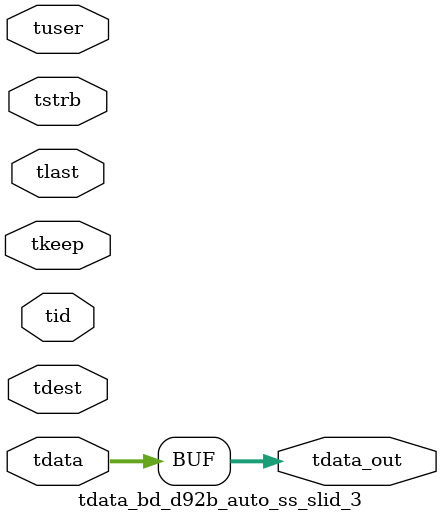
<source format=v>


`timescale 1ps/1ps

module tdata_bd_d92b_auto_ss_slid_3 #
(
parameter C_S_AXIS_TDATA_WIDTH = 32,
parameter C_S_AXIS_TUSER_WIDTH = 0,
parameter C_S_AXIS_TID_WIDTH   = 0,
parameter C_S_AXIS_TDEST_WIDTH = 0,
parameter C_M_AXIS_TDATA_WIDTH = 32
)
(
input  [(C_S_AXIS_TDATA_WIDTH == 0 ? 1 : C_S_AXIS_TDATA_WIDTH)-1:0     ] tdata,
input  [(C_S_AXIS_TUSER_WIDTH == 0 ? 1 : C_S_AXIS_TUSER_WIDTH)-1:0     ] tuser,
input  [(C_S_AXIS_TID_WIDTH   == 0 ? 1 : C_S_AXIS_TID_WIDTH)-1:0       ] tid,
input  [(C_S_AXIS_TDEST_WIDTH == 0 ? 1 : C_S_AXIS_TDEST_WIDTH)-1:0     ] tdest,
input  [(C_S_AXIS_TDATA_WIDTH/8)-1:0 ] tkeep,
input  [(C_S_AXIS_TDATA_WIDTH/8)-1:0 ] tstrb,
input                                                                    tlast,
output [C_M_AXIS_TDATA_WIDTH-1:0] tdata_out
);

assign tdata_out = {tdata[63:0]};

endmodule


</source>
